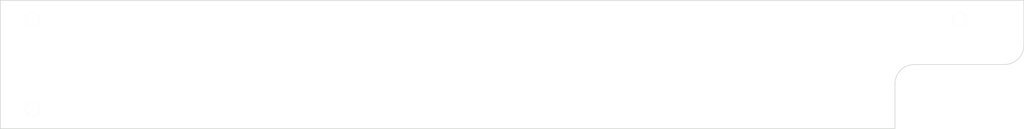
<source format=kicad_pcb>
(kicad_pcb (version 20171130) (host pcbnew "(5.1.5)-3")

  (general
    (thickness 3)
    (drawings 8)
    (tracks 0)
    (zones 0)
    (modules 3)
    (nets 1)
  )

  (page A3)
  (layers
    (0 F.Cu signal)
    (31 B.Cu signal)
    (32 B.Adhes user)
    (33 F.Adhes user)
    (34 B.Paste user)
    (35 F.Paste user)
    (36 B.SilkS user)
    (37 F.SilkS user)
    (38 B.Mask user)
    (39 F.Mask user)
    (40 Dwgs.User user)
    (41 Cmts.User user)
    (42 Eco1.User user)
    (43 Eco2.User user)
    (44 Edge.Cuts user)
    (45 Margin user)
    (46 B.CrtYd user)
    (47 F.CrtYd user)
    (48 B.Fab user)
    (49 F.Fab user)
  )

  (setup
    (last_trace_width 0.25)
    (user_trace_width 0.5)
    (trace_clearance 0.2)
    (zone_clearance 0.508)
    (zone_45_only no)
    (trace_min 0.2)
    (via_size 0.8)
    (via_drill 0.4)
    (via_min_size 0.4)
    (via_min_drill 0.3)
    (uvia_size 0.3)
    (uvia_drill 0.1)
    (uvias_allowed no)
    (uvia_min_size 0.2)
    (uvia_min_drill 0.1)
    (edge_width 0.1)
    (segment_width 0.2)
    (pcb_text_width 0.3)
    (pcb_text_size 1.5 1.5)
    (mod_edge_width 0.15)
    (mod_text_size 1 1)
    (mod_text_width 0.15)
    (pad_size 2.2 2.2)
    (pad_drill 2.2)
    (pad_to_mask_clearance 0)
    (solder_mask_min_width 0.25)
    (aux_axis_origin 0 0)
    (visible_elements 7FFFFFFF)
    (pcbplotparams
      (layerselection 0x01000_7ffffffe)
      (usegerberextensions false)
      (usegerberattributes false)
      (usegerberadvancedattributes false)
      (creategerberjobfile false)
      (excludeedgelayer true)
      (linewidth 0.100000)
      (plotframeref false)
      (viasonmask false)
      (mode 1)
      (useauxorigin false)
      (hpglpennumber 1)
      (hpglpenspeed 20)
      (hpglpendiameter 15.000000)
      (psnegative false)
      (psa4output false)
      (plotreference true)
      (plotvalue true)
      (plotinvisibletext false)
      (padsonsilk false)
      (subtractmaskfromsilk false)
      (outputformat 4)
      (mirror false)
      (drillshape 0)
      (scaleselection 1)
      (outputdirectory "C:/Users/サリチル酸/Desktop/"))
  )

  (net 0 "")

  (net_class Default "これはデフォルトのネット クラスです。"
    (clearance 0.2)
    (trace_width 0.25)
    (via_dia 0.8)
    (via_drill 0.4)
    (uvia_dia 0.3)
    (uvia_drill 0.1)
  )

  (module kbd:HOLE_m2_a (layer F.Cu) (tedit 5DA73E67) (tstamp 609D43B1)
    (at 19 37)
    (descr "Mounting Hole 2.2mm, no annular, M2")
    (tags "mounting hole 2.2mm no annular m2")
    (autoplace_cost90 1)
    (attr virtual)
    (fp_text reference e (at 0 -3.2) (layer F.Fab) hide
      (effects (font (size 1 1) (thickness 0.15)))
    )
    (fp_text value Val** (at 0 3.2) (layer F.Fab) hide
      (effects (font (size 1 1) (thickness 0.15)))
    )
    (fp_text user %R (at 0.3 0) (layer F.Fab) hide
      (effects (font (size 1 1) (thickness 0.15)))
    )
    (fp_circle (center 0 0) (end 1.1 0) (layer Edge.Cuts) (width 0.01))
  )

  (module kbd:HOLE_m2_a (layer F.Cu) (tedit 5DA73E67) (tstamp 6086EA6E)
    (at 162.875 23)
    (descr "Mounting Hole 2.2mm, no annular, M2")
    (tags "mounting hole 2.2mm no annular m2")
    (autoplace_cost90 1)
    (attr virtual)
    (fp_text reference Ref** (at 0 -3.2) (layer F.Fab) hide
      (effects (font (size 1 1) (thickness 0.15)))
    )
    (fp_text value Val** (at 0 3.2) (layer F.Fab) hide
      (effects (font (size 1 1) (thickness 0.15)))
    )
    (fp_circle (center 0 0) (end 1.1 0) (layer Edge.Cuts) (width 0.01))
    (fp_text user %R (at 0.3 0) (layer F.Fab) hide
      (effects (font (size 1 1) (thickness 0.15)))
    )
  )

  (module kbd:HOLE_m2_a (layer F.Cu) (tedit 5DA73E67) (tstamp 6052BC6F)
    (at 19 23)
    (descr "Mounting Hole 2.2mm, no annular, M2")
    (tags "mounting hole 2.2mm no annular m2")
    (autoplace_cost90 1)
    (attr virtual)
    (fp_text reference e (at 0 -3.2) (layer F.Fab) hide
      (effects (font (size 1 1) (thickness 0.15)))
    )
    (fp_text value Val** (at 0 3.2) (layer F.Fab) hide
      (effects (font (size 1 1) (thickness 0.15)))
    )
    (fp_text user %R (at 0.3 0) (layer F.Fab) hide
      (effects (font (size 1 1) (thickness 0.15)))
    )
    (fp_circle (center 0 0) (end 1.1 0) (layer Edge.Cuts) (width 0.01))
  )

  (gr_line (start 14 40) (end 152.875 40) (layer Edge.Cuts) (width 0.1))
  (gr_line (start 14 20) (end 172.875 20) (layer Edge.Cuts) (width 0.1) (tstamp 605227A5))
  (gr_arc (start 169.875 27) (end 169.875 30) (angle -90) (layer Edge.Cuts) (width 0.1))
  (gr_arc (start 155.875 33) (end 155.875 30) (angle -90) (layer Edge.Cuts) (width 0.1))
  (gr_line (start 172.875 27) (end 172.875 20) (layer Edge.Cuts) (width 0.1))
  (gr_line (start 155.875 30) (end 169.875 30) (layer Edge.Cuts) (width 0.1))
  (gr_line (start 152.875 40) (end 152.875 33) (layer Edge.Cuts) (width 0.1))
  (gr_line (start 14 20) (end 14 40) (layer Edge.Cuts) (width 0.1))

)

</source>
